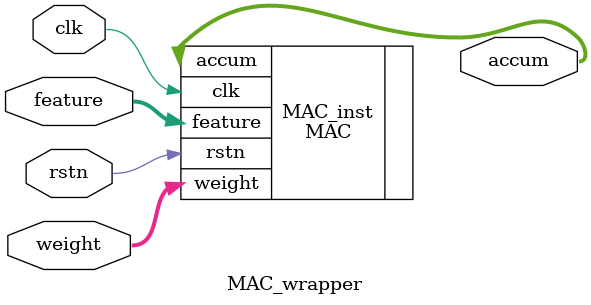
<source format=v>
/*
Copyright 2024 Yufeng Yang (CogSys Group)
SPDX-License-Identifier: Apache-2.0 WITH SHL-2.1

Licensed under the Solderpad Hardware License v 2.1 (the “License”);
you may not use this file except in compliance with the License, or,
at your option, the Apache License version 2.0.
You may obtain a copy of the License at

https://solderpad.org/licenses/SHL-2.1/

Unless required by applicable law or agreed to in writing,
any work distributed under the License is distributed on an “AS IS” BASIS,
WITHOUT WARRANTIES OR CONDITIONS OF ANY KIND, either express or implied.
See the License for the specific language governing permissions and limitations under the License.
*/
`timescale 1ns/1ps

module MAC_wrapper (
    input         clk,
    input         rstn,
    input  [8-1:0]  feature,
    input  [8-1:0]  weight,
    output [32-1:0] accum
);

    parameter LATENCY = 3;

    MAC #(
        .LATENCY(LATENCY),
        .DEVICE ("code")
    ) MAC_inst (
        .clk    (clk),
        .rstn   (rstn),
        .feature(feature),
        .weight (weight),
        .accum(accum)
    );



endmodule
</source>
